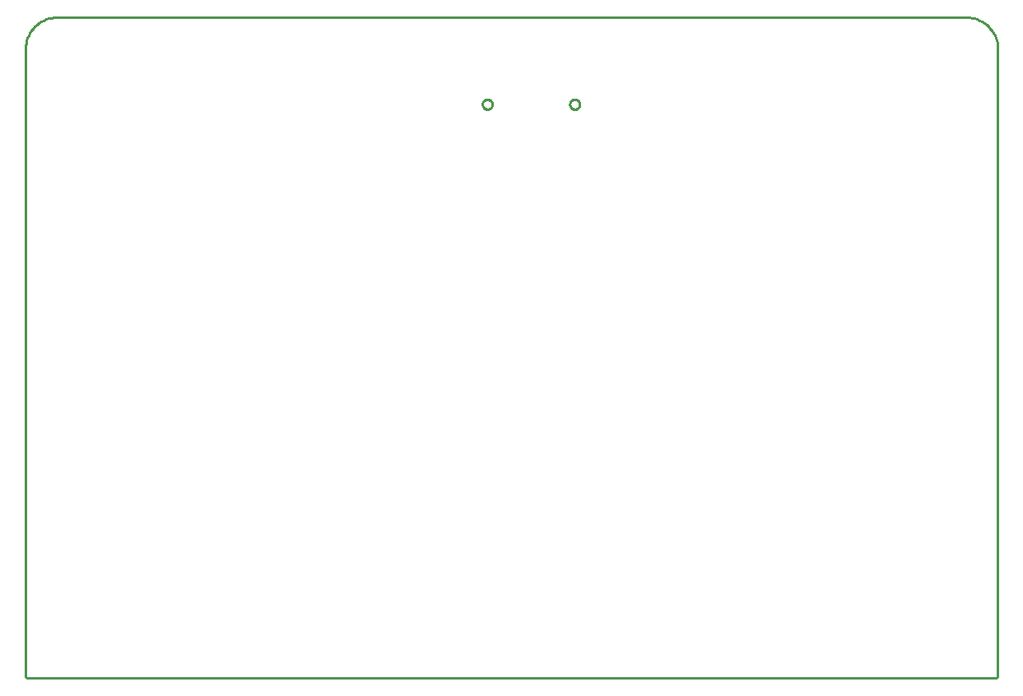
<source format=gbr>
G04 EAGLE Gerber RS-274X export*
G75*
%MOMM*%
%FSLAX34Y34*%
%LPD*%
%IN*%
%IPPOS*%
%AMOC8*
5,1,8,0,0,1.08239X$1,22.5*%
G01*
%ADD10C,0.254000*%


D10*
X0Y2500D02*
X10Y2282D01*
X38Y2066D01*
X85Y1853D01*
X151Y1645D01*
X234Y1443D01*
X335Y1250D01*
X452Y1066D01*
X585Y893D01*
X732Y732D01*
X893Y585D01*
X1066Y452D01*
X1250Y335D01*
X1443Y234D01*
X1645Y151D01*
X1853Y85D01*
X2066Y38D01*
X2282Y10D01*
X2500Y0D01*
X997500Y0D01*
X997718Y10D01*
X997934Y38D01*
X998147Y85D01*
X998355Y151D01*
X998557Y234D01*
X998750Y335D01*
X998934Y452D01*
X999107Y585D01*
X999268Y732D01*
X999415Y893D01*
X999548Y1066D01*
X999665Y1250D01*
X999766Y1443D01*
X999849Y1645D01*
X999915Y1853D01*
X999962Y2066D01*
X999991Y2282D01*
X1000000Y2500D01*
X1000000Y648000D01*
X999878Y650789D01*
X999514Y653557D01*
X998910Y656282D01*
X998070Y658945D01*
X997002Y661524D01*
X995713Y664000D01*
X994213Y666354D01*
X992513Y668569D01*
X990627Y670627D01*
X988569Y672513D01*
X986354Y674213D01*
X984000Y675713D01*
X981524Y677002D01*
X978945Y678070D01*
X976282Y678910D01*
X973557Y679514D01*
X970789Y679878D01*
X968000Y680000D01*
X32000Y680000D01*
X29211Y679878D01*
X26443Y679514D01*
X23718Y678910D01*
X21055Y678070D01*
X18476Y677002D01*
X16000Y675713D01*
X13646Y674213D01*
X11431Y672513D01*
X9373Y670627D01*
X7487Y668569D01*
X5787Y666354D01*
X4287Y664000D01*
X2998Y661524D01*
X1930Y658945D01*
X1090Y656282D01*
X486Y653557D01*
X122Y650789D01*
X0Y648000D01*
X0Y2500D01*
X559878Y590887D02*
X559942Y591454D01*
X560069Y592011D01*
X560257Y592549D01*
X560505Y593063D01*
X560808Y593546D01*
X561164Y593992D01*
X561568Y594396D01*
X562014Y594752D01*
X562497Y595055D01*
X563011Y595303D01*
X563549Y595491D01*
X564106Y595618D01*
X564673Y595682D01*
X565243Y595682D01*
X565810Y595618D01*
X566367Y595491D01*
X566905Y595303D01*
X567419Y595055D01*
X567902Y594752D01*
X568348Y594396D01*
X568752Y593992D01*
X569108Y593546D01*
X569411Y593063D01*
X569659Y592549D01*
X569847Y592011D01*
X569974Y591454D01*
X570038Y590887D01*
X570038Y590317D01*
X569974Y589750D01*
X569847Y589193D01*
X569659Y588655D01*
X569411Y588141D01*
X569108Y587658D01*
X568752Y587212D01*
X568348Y586808D01*
X567902Y586452D01*
X567419Y586149D01*
X566905Y585901D01*
X566367Y585713D01*
X565810Y585586D01*
X565243Y585522D01*
X564673Y585522D01*
X564106Y585586D01*
X563549Y585713D01*
X563011Y585901D01*
X562497Y586149D01*
X562014Y586452D01*
X561568Y586808D01*
X561164Y587212D01*
X560808Y587658D01*
X560505Y588141D01*
X560257Y588655D01*
X560069Y589193D01*
X559942Y589750D01*
X559878Y590317D01*
X559878Y590887D01*
X469962Y590887D02*
X470026Y591454D01*
X470153Y592011D01*
X470341Y592549D01*
X470589Y593063D01*
X470892Y593546D01*
X471248Y593992D01*
X471652Y594396D01*
X472098Y594752D01*
X472581Y595055D01*
X473095Y595303D01*
X473633Y595491D01*
X474190Y595618D01*
X474757Y595682D01*
X475327Y595682D01*
X475894Y595618D01*
X476451Y595491D01*
X476989Y595303D01*
X477503Y595055D01*
X477986Y594752D01*
X478432Y594396D01*
X478836Y593992D01*
X479192Y593546D01*
X479495Y593063D01*
X479743Y592549D01*
X479931Y592011D01*
X480058Y591454D01*
X480122Y590887D01*
X480122Y590317D01*
X480058Y589750D01*
X479931Y589193D01*
X479743Y588655D01*
X479495Y588141D01*
X479192Y587658D01*
X478836Y587212D01*
X478432Y586808D01*
X477986Y586452D01*
X477503Y586149D01*
X476989Y585901D01*
X476451Y585713D01*
X475894Y585586D01*
X475327Y585522D01*
X474757Y585522D01*
X474190Y585586D01*
X473633Y585713D01*
X473095Y585901D01*
X472581Y586149D01*
X472098Y586452D01*
X471652Y586808D01*
X471248Y587212D01*
X470892Y587658D01*
X470589Y588141D01*
X470341Y588655D01*
X470153Y589193D01*
X470026Y589750D01*
X469962Y590317D01*
X469962Y590887D01*
M02*

</source>
